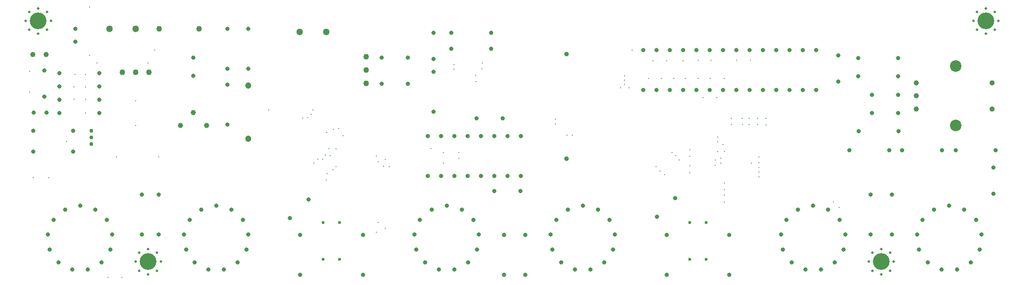
<source format=gbr>
%TF.GenerationSoftware,KiCad,Pcbnew,8.0.4+1*%
%TF.CreationDate,2024-10-13T09:49:30+00:00*%
%TF.ProjectId,nixie,6e697869-652e-46b6-9963-61645f706362,v1.0*%
%TF.SameCoordinates,Original*%
%TF.FileFunction,Plated,1,4,PTH,Drill*%
%TF.FilePolarity,Positive*%
%FSLAX46Y46*%
G04 Gerber Fmt 4.6, Leading zero omitted, Abs format (unit mm)*
G04 Created by KiCad (PCBNEW 8.0.4+1) date 2024-10-13 09:49:30*
%MOMM*%
%LPD*%
G01*
G04 APERTURE LIST*
%TA.AperFunction,ViaDrill*%
%ADD10C,0.300000*%
%TD*%
%TA.AperFunction,ComponentDrill*%
%ADD11C,0.500000*%
%TD*%
%TA.AperFunction,ComponentDrill*%
%ADD12C,0.599440*%
%TD*%
%TA.AperFunction,ComponentDrill*%
%ADD13C,0.750000*%
%TD*%
%TA.AperFunction,ComponentDrill*%
%ADD14C,0.800000*%
%TD*%
%TA.AperFunction,ComponentDrill*%
%ADD15C,0.838200*%
%TD*%
%TA.AperFunction,ComponentDrill*%
%ADD16C,0.900000*%
%TD*%
%TA.AperFunction,ComponentDrill*%
%ADD17C,1.000000*%
%TD*%
%TA.AperFunction,ComponentDrill*%
%ADD18C,1.100000*%
%TD*%
%TA.AperFunction,ComponentDrill*%
%ADD19C,1.200000*%
%TD*%
%TA.AperFunction,ComponentDrill*%
%ADD20C,1.300000*%
%TD*%
%TA.AperFunction,ComponentDrill*%
%ADD21C,2.200000*%
%TD*%
%TA.AperFunction,ComponentDrill*%
%ADD22C,3.200000*%
%TD*%
G04 APERTURE END LIST*
D10*
X74400000Y-74600000D03*
X74400000Y-78600000D03*
X75000000Y-95000000D03*
X78000000Y-95000000D03*
X81400000Y-88000000D03*
X82800000Y-77600000D03*
X82800000Y-80000000D03*
X83000000Y-75200000D03*
X85000000Y-75200000D03*
X85000000Y-77600000D03*
X85000000Y-80000000D03*
X85000000Y-82600000D03*
X85800000Y-62400000D03*
X85800000Y-71600000D03*
X87200000Y-73000000D03*
X89330000Y-114000000D03*
X91000000Y-91000000D03*
X92000000Y-114000000D03*
X94600000Y-80200000D03*
X94600000Y-85000000D03*
X97000000Y-73000000D03*
X98200000Y-70600000D03*
X99000000Y-91000000D03*
X120000000Y-82000000D03*
X126500000Y-83500000D03*
X127437349Y-83462654D03*
X128132515Y-82891036D03*
X128444504Y-82046840D03*
X128644975Y-92144975D03*
X129400000Y-91400000D03*
X130300000Y-91444975D03*
X130800000Y-90600000D03*
X130964609Y-95407060D03*
X131097919Y-86297919D03*
X131200000Y-94200000D03*
X131500000Y-89400000D03*
X131800000Y-90744975D03*
X132271498Y-93410661D03*
X132352336Y-85750608D03*
X132837185Y-92844975D03*
X132844022Y-89444022D03*
X133346967Y-85546966D03*
X134200000Y-86900000D03*
X140600000Y-90800000D03*
X140600000Y-105400000D03*
X140900000Y-91900000D03*
X140905025Y-103494975D03*
X141924265Y-92724265D03*
X142300000Y-91500000D03*
X142300000Y-104600000D03*
X143000000Y-92800000D03*
X151000000Y-89400000D03*
X153400000Y-90100000D03*
X153400000Y-92200000D03*
X155400000Y-73400000D03*
X155400000Y-74200000D03*
X156300000Y-90100000D03*
X156300000Y-91200000D03*
X159500000Y-75400000D03*
X159600000Y-76600000D03*
X160706765Y-74158235D03*
X160800000Y-73000000D03*
X174800000Y-83800000D03*
X174800000Y-84700000D03*
X177000000Y-86800000D03*
X178000000Y-86800000D03*
X187200000Y-77800000D03*
X188000000Y-75500000D03*
X188000000Y-76300003D03*
X188000000Y-77100006D03*
X188800000Y-77800000D03*
X189400000Y-70600000D03*
X192600000Y-76000000D03*
X193400000Y-72600000D03*
X193982519Y-92882168D03*
X194770754Y-93701783D03*
X195000000Y-76000000D03*
X195600000Y-94400000D03*
X196000000Y-72600000D03*
X197070711Y-90126347D03*
X197400000Y-76000000D03*
X197707109Y-90762745D03*
X198400000Y-91600000D03*
X199200000Y-72600000D03*
X199600000Y-76000000D03*
X200400000Y-89600000D03*
X200400000Y-90900000D03*
X200400000Y-92700000D03*
X200400000Y-94000000D03*
X202000000Y-72500000D03*
X202000000Y-76000000D03*
X203000000Y-79600000D03*
X204300000Y-76000000D03*
X204500000Y-72500000D03*
X205300000Y-92600000D03*
X205350000Y-91550000D03*
X205600000Y-79600000D03*
X205747228Y-87157278D03*
X205789950Y-88100000D03*
X205789951Y-90000000D03*
X206400000Y-91200000D03*
X206400000Y-92200000D03*
X206800000Y-88600000D03*
X207000000Y-76000000D03*
X207000000Y-90000000D03*
X207000000Y-98300000D03*
X207000000Y-99600000D03*
X207002090Y-95997910D03*
X207018629Y-97281371D03*
X208400000Y-83600000D03*
X208400000Y-84800000D03*
X209370000Y-72500000D03*
X210400000Y-83600000D03*
X210494975Y-84805025D03*
X211800000Y-83600000D03*
X211800000Y-84800000D03*
X212000000Y-72500000D03*
X212200000Y-92200000D03*
X213400000Y-83600000D03*
X213400000Y-84800000D03*
X213600000Y-91000000D03*
X213600000Y-92099991D03*
X213600000Y-92999994D03*
X213600000Y-93899997D03*
X213600000Y-94800000D03*
X215000000Y-83600000D03*
X215000000Y-84855025D03*
X227900000Y-99600000D03*
X229000000Y-100600000D03*
D11*
%TO.C,H1*%
X73600000Y-65000000D03*
X74302944Y-63302944D03*
X74302944Y-66697056D03*
X76000000Y-62600000D03*
X76000000Y-67400000D03*
X77697056Y-63302944D03*
X77697056Y-66697056D03*
X78400000Y-65000000D03*
%TO.C,H4*%
X94600000Y-111000000D03*
X95302944Y-109302944D03*
X95302944Y-112697056D03*
X97000000Y-108600000D03*
X97000000Y-113400000D03*
X98697056Y-109302944D03*
X98697056Y-112697056D03*
X99400000Y-111000000D03*
%TO.C,H3*%
X234600000Y-111000000D03*
X235302944Y-109302944D03*
X235302944Y-112697056D03*
X237000000Y-108600000D03*
X237000000Y-113400000D03*
X238697056Y-109302944D03*
X238697056Y-112697056D03*
X239400000Y-111000000D03*
%TO.C,H2*%
X254600000Y-65000000D03*
X255302944Y-63302944D03*
X255302944Y-66697056D03*
X257000000Y-62600000D03*
X257000000Y-67400000D03*
X258697056Y-63302944D03*
X258697056Y-66697056D03*
X259400000Y-65000000D03*
D12*
%TO.C,N7*%
X130412500Y-103500000D03*
%TO.C,N9*%
X130412500Y-110500000D03*
%TO.C,N7*%
X133587500Y-103500000D03*
%TO.C,N9*%
X133587500Y-110500000D03*
%TO.C,N8*%
X200412500Y-103500000D03*
%TO.C,N10*%
X200412500Y-110500000D03*
%TO.C,N8*%
X203587500Y-103500000D03*
%TO.C,N10*%
X203587500Y-110500000D03*
D13*
%TO.C,Q1*%
X86120000Y-86000000D03*
X86120000Y-87270000D03*
X86120000Y-88540000D03*
D14*
%TO.C,D1*%
X75000000Y-86000000D03*
%TO.C,R1*%
X75000000Y-90000000D03*
%TO.C,C2*%
X75120000Y-82500000D03*
%TO.C,C1*%
X77120000Y-74500000D03*
X77120000Y-79500000D03*
%TO.C,C2*%
X77620000Y-82500000D03*
%TO.C,U2*%
X80000000Y-75000000D03*
X80000000Y-77540000D03*
X80000000Y-80080000D03*
X80000000Y-82620000D03*
%TO.C,D1*%
X82620000Y-86000000D03*
%TO.C,R1*%
X82620000Y-90000000D03*
%TO.C,C5*%
X83120000Y-66500000D03*
X83120000Y-69000000D03*
%TO.C,U2*%
X87620000Y-75000000D03*
X87620000Y-77540000D03*
X87620000Y-80080000D03*
X87620000Y-82620000D03*
%TO.C,R5*%
X95800000Y-98190000D03*
X95800000Y-105810000D03*
%TO.C,R8*%
X99000000Y-98190000D03*
X99000000Y-105810000D03*
%TO.C,C9*%
X105620000Y-72000000D03*
X105620000Y-75500000D03*
%TO.C,R2*%
X112120000Y-66500000D03*
X112120000Y-74120000D03*
%TO.C,R3*%
X112120000Y-77190000D03*
X112120000Y-84810000D03*
%TO.C,R4*%
X116120000Y-66500000D03*
X116120000Y-74120000D03*
%TO.C,C3*%
X124064466Y-102635534D03*
%TO.C,R11*%
X126000000Y-105880000D03*
X126000000Y-113500000D03*
%TO.C,C3*%
X127600000Y-99100000D03*
%TO.C,R13*%
X138000000Y-105880000D03*
X138000000Y-113500000D03*
%TO.C,C7*%
X141600000Y-72000000D03*
%TO.C,C4*%
X141600000Y-77000000D03*
%TO.C,C7*%
X146600000Y-72000000D03*
%TO.C,C4*%
X146600000Y-77000000D03*
%TO.C,U1*%
X150420000Y-86980000D03*
X150420000Y-94600000D03*
%TO.C,C14*%
X151525000Y-67305000D03*
X151525000Y-72305000D03*
%TO.C,R22*%
X151525000Y-74685000D03*
X151525000Y-82305000D03*
%TO.C,U1*%
X152960000Y-86980000D03*
X152960000Y-94600000D03*
%TO.C,R17*%
X154905000Y-67305000D03*
%TO.C,R15*%
X154905000Y-70305000D03*
%TO.C,U1*%
X155500000Y-86980000D03*
X155500000Y-94600000D03*
X158040000Y-86980000D03*
X158040000Y-94600000D03*
%TO.C,C6*%
X159700000Y-83600000D03*
%TO.C,U1*%
X160580000Y-86980000D03*
X160580000Y-94600000D03*
%TO.C,R17*%
X162525000Y-67305000D03*
%TO.C,R15*%
X162525000Y-70305000D03*
%TO.C,C8*%
X163100000Y-97500000D03*
%TO.C,U1*%
X163120000Y-86980000D03*
X163120000Y-94600000D03*
%TO.C,C6*%
X164700000Y-83600000D03*
%TO.C,R6*%
X165000000Y-105880000D03*
X165000000Y-113500000D03*
%TO.C,U1*%
X165660000Y-86980000D03*
X165660000Y-94600000D03*
%TO.C,C8*%
X168100000Y-97500000D03*
%TO.C,U1*%
X168200000Y-86980000D03*
X168200000Y-94600000D03*
%TO.C,R9*%
X169000000Y-105880000D03*
X169000000Y-113500000D03*
%TO.C,U6*%
X191580000Y-70600000D03*
X191580000Y-78220000D03*
X194120000Y-70600000D03*
X194120000Y-78220000D03*
%TO.C,C10*%
X194132233Y-102367767D03*
%TO.C,R12*%
X196000000Y-105880000D03*
X196000000Y-113500000D03*
%TO.C,U6*%
X196660000Y-78220000D03*
X196660001Y-70600000D03*
%TO.C,C10*%
X197667767Y-98832233D03*
%TO.C,U6*%
X199200000Y-70600000D03*
X199200000Y-78220000D03*
X201740000Y-70600000D03*
X201740000Y-78220000D03*
X204280000Y-70600000D03*
X204280000Y-78220000D03*
X206819999Y-70600000D03*
X206820000Y-78220000D03*
%TO.C,R14*%
X208000000Y-105880000D03*
X208000000Y-113500000D03*
%TO.C,U6*%
X209360000Y-70600000D03*
X209360000Y-78220000D03*
X211900000Y-70600000D03*
X211900000Y-78220000D03*
X214440000Y-70600000D03*
X214440000Y-78220000D03*
X216980000Y-70600000D03*
X216980000Y-78220000D03*
X219520000Y-78220000D03*
X219520001Y-70600000D03*
X222060000Y-70600000D03*
X222060000Y-78220000D03*
X224600000Y-70600000D03*
X224600000Y-78220000D03*
%TO.C,C11*%
X228780000Y-71600000D03*
X228780000Y-76600000D03*
%TO.C,R20*%
X230930000Y-89699500D03*
%TO.C,R19*%
X232580000Y-72100000D03*
%TO.C,R16*%
X232580000Y-75600000D03*
%TO.C,R18*%
X232700000Y-86100000D03*
%TO.C,R7*%
X235000000Y-98190000D03*
X235000000Y-105810000D03*
%TO.C,C12*%
X235200000Y-79100000D03*
%TO.C,C13*%
X235200000Y-82600000D03*
%TO.C,R20*%
X238550000Y-89699500D03*
%TO.C,R10*%
X239000000Y-98190000D03*
X239000000Y-105810000D03*
%TO.C,R19*%
X240200000Y-72100000D03*
%TO.C,R16*%
X240200000Y-75600000D03*
%TO.C,C12*%
X240200000Y-79100000D03*
%TO.C,C13*%
X240200000Y-82600000D03*
%TO.C,R18*%
X240320000Y-86100000D03*
%TO.C,R21*%
X241030000Y-89699500D03*
X248650000Y-89699500D03*
%TO.C,R23*%
X251250000Y-89699500D03*
%TO.C,C15*%
X258400000Y-93000000D03*
X258400000Y-98000000D03*
%TO.C,R23*%
X258870000Y-89699500D03*
D15*
%TO.C,N1*%
X77855740Y-105755780D03*
X78213880Y-108694560D03*
X78907300Y-102984640D03*
X79895360Y-111132960D03*
X81124720Y-101021220D03*
X82519180Y-112509640D03*
X84000000Y-100312560D03*
X85480820Y-112509640D03*
X86875280Y-101021220D03*
X88104640Y-111132960D03*
X89092700Y-102984640D03*
X89786120Y-108694560D03*
X90144260Y-105755780D03*
%TO.C,N4*%
X103855740Y-105755780D03*
X104213880Y-108694560D03*
X104907300Y-102984640D03*
X105895360Y-111132960D03*
X107124720Y-101021220D03*
X108519180Y-112509640D03*
X110000000Y-100312560D03*
X111480820Y-112509640D03*
X112875280Y-101021220D03*
X114104640Y-111132960D03*
X115092700Y-102984640D03*
X115786120Y-108694560D03*
X116144260Y-105755780D03*
%TO.C,N2*%
X147855740Y-105755780D03*
X148213880Y-108694560D03*
X148907300Y-102984640D03*
X149895360Y-111132960D03*
X151124720Y-101021220D03*
X152519180Y-112509640D03*
X154000000Y-100312560D03*
X155480820Y-112509640D03*
X156875280Y-101021220D03*
X158104640Y-111132960D03*
X159092700Y-102984640D03*
X159786120Y-108694560D03*
X160144260Y-105755780D03*
%TO.C,N5*%
X173855740Y-105755780D03*
X174213880Y-108694560D03*
X174907300Y-102984640D03*
X175895360Y-111132960D03*
X177124720Y-101021220D03*
X178519180Y-112509640D03*
X180000000Y-100312560D03*
X181480820Y-112509640D03*
X182875280Y-101021220D03*
X184104640Y-111132960D03*
X185092700Y-102984640D03*
X185786120Y-108694560D03*
X186144260Y-105755780D03*
%TO.C,N3*%
X217855740Y-105755780D03*
X218213880Y-108694560D03*
X218907300Y-102984640D03*
X219895360Y-111132960D03*
X221124720Y-101021220D03*
X222519180Y-112509640D03*
X224000000Y-100312560D03*
X225480820Y-112509640D03*
X226875280Y-101021220D03*
X228104640Y-111132960D03*
X229092700Y-102984640D03*
X229786120Y-108694560D03*
X230144260Y-105755780D03*
%TO.C,N6*%
X243855740Y-105755780D03*
X244213880Y-108694560D03*
X244907300Y-102984640D03*
X245895360Y-111132960D03*
X247124720Y-101021220D03*
X248519180Y-112509640D03*
X250000000Y-100312560D03*
X251480820Y-112509640D03*
X252875280Y-101021220D03*
X254104640Y-111132960D03*
X255092700Y-102984640D03*
X255786120Y-108694560D03*
X256144260Y-105755780D03*
D16*
%TO.C,BT1*%
X176899999Y-71349999D03*
X176899999Y-91350000D03*
D17*
%TO.C,J2*%
X74935000Y-71400000D03*
X77475000Y-71400000D03*
%TO.C,RV1*%
X103120000Y-85000000D03*
X105620000Y-82500000D03*
X108120000Y-85000000D03*
%TO.C,SW1*%
X243700000Y-76800000D03*
X243700000Y-79300000D03*
X243700000Y-81800000D03*
X258200000Y-76800000D03*
X258200000Y-81800000D03*
D18*
%TO.C,Q2*%
X92080000Y-74770000D03*
X94620000Y-74770000D03*
X97160000Y-74770000D03*
%TO.C,D2*%
X99120000Y-66500000D03*
X106740000Y-66500000D03*
%TO.C,U4*%
X138630000Y-71860000D03*
X138630000Y-74400000D03*
X138630000Y-76940000D03*
D19*
%TO.C,D3*%
X116120000Y-77340000D03*
X116120000Y-87500000D03*
D20*
%TO.C,L1*%
X89620000Y-66500000D03*
X94620000Y-66500000D03*
%TO.C,J1*%
X125920000Y-67105000D03*
X131000000Y-67105000D03*
D21*
%TO.C,SW1*%
X251200000Y-73600000D03*
X251200000Y-85000000D03*
D22*
%TO.C,H1*%
X76000000Y-65000000D03*
%TO.C,H4*%
X97000000Y-111000000D03*
%TO.C,H3*%
X237000000Y-111000000D03*
%TO.C,H2*%
X257000000Y-65000000D03*
M02*

</source>
